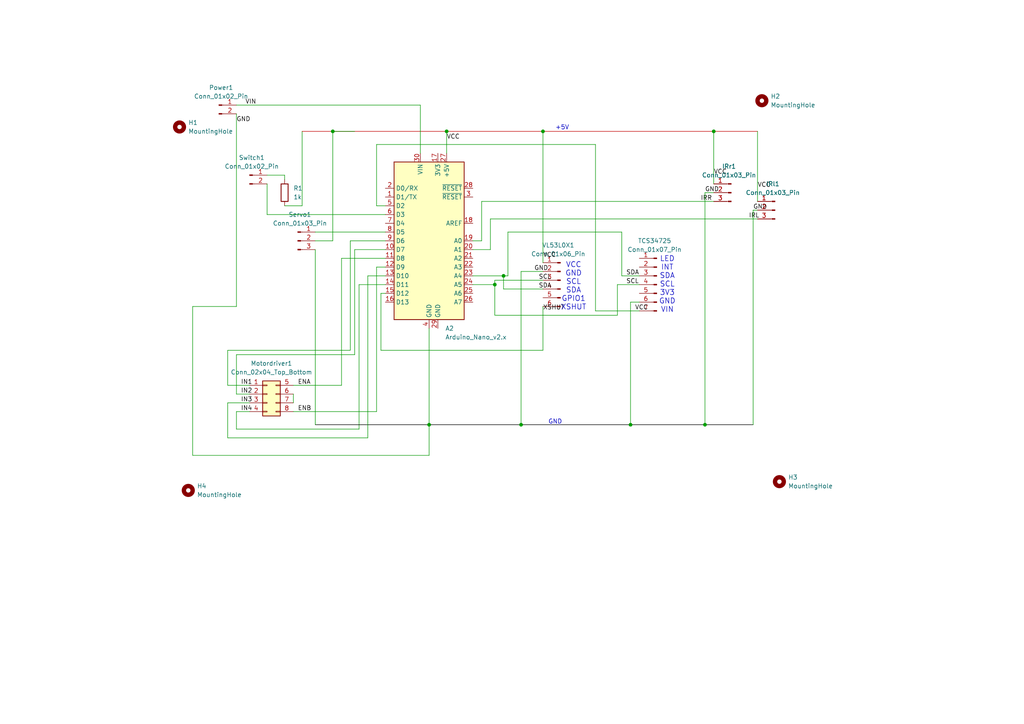
<source format=kicad_sch>
(kicad_sch (version 20250114) (generator "eeschema") (generator_version "9.0")
  (paper "A4")
  (title_block (title "PAMI Superstar") (date "2025-04-08") (company "CRINSA 2025") (comment 1 "Dinesh et Eliott"))
  (lib_symbols
    (symbol "Connector:Conn_01x02_Pin" (pin_names (offset 1.016) (hide yes))
      (property "Reference" "J" (at 0 2.54 0))
      (property "Value" "Conn_01x02_Pin" (at 0 -5.08 0))
      (symbol "Conn_01x02_Pin_1_1"
        (rectangle (start 0.8636 0.127) (end 0 -0.127) (stroke (width 0.1524)) (fill (type outline)))
        (rectangle (start 0.8636 -2.413) (end 0 -2.667) (stroke (width 0.1524)) (fill (type outline)))
        (polyline (pts (xy 1.27 0) (xy 0.8636 0)) (stroke (width 0.1524)))
        (polyline (pts (xy 1.27 -2.54) (xy 0.8636 -2.54)) (stroke (width 0.1524)))
        (pin passive line (at 5.08 0 180) (length 3.81) (name "Pin_1") (number "1"))
        (pin passive line (at 5.08 -2.54 180) (length 3.81) (name "Pin_2") (number "2"))
      )
    )
    (symbol "Connector:Conn_01x03_Pin" (pin_names (offset 1.016) (hide yes))
      (property "Reference" "J" (at 0 5.08 0))
      (property "Value" "Conn_01x03_Pin" (at 0 -5.08 0))
      (symbol "Conn_01x03_Pin_1_1"
        (rectangle (start 0.8636 2.667) (end 0 2.413) (stroke (width 0.1524)) (fill (type outline)))
        (rectangle (start 0.8636 0.127) (end 0 -0.127) (stroke (width 0.1524)) (fill (type outline)))
        (rectangle (start 0.8636 -2.413) (end 0 -2.667) (stroke (width 0.1524)) (fill (type outline)))
        (polyline (pts (xy 1.27 2.54) (xy 0.8636 2.54)) (stroke (width 0.1524)))
        (polyline (pts (xy 1.27 0) (xy 0.8636 0)) (stroke (width 0.1524)))
        (polyline (pts (xy 1.27 -2.54) (xy 0.8636 -2.54)) (stroke (width 0.1524)))
        (pin passive line (at 5.08 2.54 180) (length 3.81) (name "Pin_1") (number "1"))
        (pin passive line (at 5.08 0 180) (length 3.81) (name "Pin_2") (number "2"))
        (pin passive line (at 5.08 -2.54 180) (length 3.81) (name "Pin_3") (number "3"))
      )
    )
    (symbol "Connector:Conn_01x06_Pin" (pin_names (offset 1.016) (hide yes))
      (property "Reference" "J" (at 0 7.62 0))
      (property "Value" "Conn_01x06_Pin" (at 0 -10.16 0))
      (symbol "Conn_01x06_Pin_1_1"
        (rectangle (start 0.8636 5.207) (end 0 4.953) (stroke (width 0.1524)) (fill (type outline)))
        (rectangle (start 0.8636 2.667) (end 0 2.413) (stroke (width 0.1524)) (fill (type outline)))
        (rectangle (start 0.8636 0.127) (end 0 -0.127) (stroke (width 0.1524)) (fill (type outline)))
        (rectangle (start 0.8636 -2.413) (end 0 -2.667) (stroke (width 0.1524)) (fill (type outline)))
        (rectangle (start 0.8636 -4.953) (end 0 -5.207) (stroke (width 0.1524)) (fill (type outline)))
        (rectangle (start 0.8636 -7.493) (end 0 -7.747) (stroke (width 0.1524)) (fill (type outline)))
        (polyline (pts (xy 1.27 5.08) (xy 0.8636 5.08)) (stroke (width 0.1524)))
        (polyline (pts (xy 1.27 2.54) (xy 0.8636 2.54)) (stroke (width 0.1524)))
        (polyline (pts (xy 1.27 0) (xy 0.8636 0)) (stroke (width 0.1524)))
        (polyline (pts (xy 1.27 -2.54) (xy 0.8636 -2.54)) (stroke (width 0.1524)))
        (polyline (pts (xy 1.27 -5.08) (xy 0.8636 -5.08)) (stroke (width 0.1524)))
        (polyline (pts (xy 1.27 -7.62) (xy 0.8636 -7.62)) (stroke (width 0.1524)))
        (pin passive line (at 5.08 5.08 180) (length 3.81) (name "Pin_1") (number "1"))
        (pin passive line (at 5.08 2.54 180) (length 3.81) (name "Pin_2") (number "2"))
        (pin passive line (at 5.08 0 180) (length 3.81) (name "Pin_3") (number "3"))
        (pin passive line (at 5.08 -2.54 180) (length 3.81) (name "Pin_4") (number "4"))
        (pin passive line (at 5.08 -5.08 180) (length 3.81) (name "Pin_5") (number "5"))
        (pin passive line (at 5.08 -7.62 180) (length 3.81) (name "Pin_6") (number "6"))
      )
    )
    (symbol "Connector:Conn_01x07_Pin" (pin_names (offset 1.016) (hide yes))
      (property "Reference" "J" (at 0 10.16 0))
      (property "Value" "Conn_01x07_Pin" (at 0 -10.16 0))
      (symbol "Conn_01x07_Pin_1_1"
        (rectangle (start 0.8636 7.747) (end 0 7.493) (stroke (width 0.1524)) (fill (type outline)))
        (rectangle (start 0.8636 5.207) (end 0 4.953) (stroke (width 0.1524)) (fill (type outline)))
        (rectangle (start 0.8636 2.667) (end 0 2.413) (stroke (width 0.1524)) (fill (type outline)))
        (rectangle (start 0.8636 0.127) (end 0 -0.127) (stroke (width 0.1524)) (fill (type outline)))
        (rectangle (start 0.8636 -2.413) (end 0 -2.667) (stroke (width 0.1524)) (fill (type outline)))
        (rectangle (start 0.8636 -4.953) (end 0 -5.207) (stroke (width 0.1524)) (fill (type outline)))
        (rectangle (start 0.8636 -7.493) (end 0 -7.747) (stroke (width 0.1524)) (fill (type outline)))
        (polyline (pts (xy 1.27 7.62) (xy 0.8636 7.62)) (stroke (width 0.1524)))
        (polyline (pts (xy 1.27 5.08) (xy 0.8636 5.08)) (stroke (width 0.1524)))
        (polyline (pts (xy 1.27 2.54) (xy 0.8636 2.54)) (stroke (width 0.1524)))
        (polyline (pts (xy 1.27 0) (xy 0.8636 0)) (stroke (width 0.1524)))
        (polyline (pts (xy 1.27 -2.54) (xy 0.8636 -2.54)) (stroke (width 0.1524)))
        (polyline (pts (xy 1.27 -5.08) (xy 0.8636 -5.08)) (stroke (width 0.1524)))
        (polyline (pts (xy 1.27 -7.62) (xy 0.8636 -7.62)) (stroke (width 0.1524)))
        (pin passive line (at 5.08 7.62 180) (length 3.81) (name "Pin_1") (number "1"))
        (pin passive line (at 5.08 5.08 180) (length 3.81) (name "Pin_2") (number "2"))
        (pin passive line (at 5.08 2.54 180) (length 3.81) (name "Pin_3") (number "3"))
        (pin passive line (at 5.08 0 180) (length 3.81) (name "Pin_4") (number "4"))
        (pin passive line (at 5.08 -2.54 180) (length 3.81) (name "Pin_5") (number "5"))
        (pin passive line (at 5.08 -5.08 180) (length 3.81) (name "Pin_6") (number "6"))
        (pin passive line (at 5.08 -7.62 180) (length 3.81) (name "Pin_7") (number "7"))
      )
    )
    (symbol "Connector_Generic:Conn_02x04_Top_Bottom" (pin_names (offset 1.016) (hide yes))
      (property "Reference" "J" (at 1.27 5.08 0))
      (property "Value" "Conn_02x04_Top_Bottom" (at 1.27 -7.62 0))
      (symbol "Conn_02x04_Top_Bottom_1_1"
        (rectangle (start -1.27 3.81) (end 3.81 -6.35) (stroke (width 0.254)) (fill (type background)))
        (rectangle (start -1.27 2.667) (end 0 2.413) (stroke (width 0.1524)))
        (rectangle (start -1.27 0.127) (end 0 -0.127) (stroke (width 0.1524)))
        (rectangle (start -1.27 -2.413) (end 0 -2.667) (stroke (width 0.1524)))
        (rectangle (start -1.27 -4.953) (end 0 -5.207) (stroke (width 0.1524)))
        (rectangle (start 3.81 2.667) (end 2.54 2.413) (stroke (width 0.1524)))
        (rectangle (start 3.81 0.127) (end 2.54 -0.127) (stroke (width 0.1524)))
        (rectangle (start 3.81 -2.413) (end 2.54 -2.667) (stroke (width 0.1524)))
        (rectangle (start 3.81 -4.953) (end 2.54 -5.207) (stroke (width 0.1524)))
        (pin passive line (at -5.08 2.54 0) (length 3.81) (name "Pin_1") (number "1"))
        (pin passive line (at -5.08 0 0) (length 3.81) (name "Pin_2") (number "2"))
        (pin passive line (at -5.08 -2.54 0) (length 3.81) (name "Pin_3") (number "3"))
        (pin passive line (at -5.08 -5.08 0) (length 3.81) (name "Pin_4") (number "4"))
        (pin passive line (at 7.62 2.54 180) (length 3.81) (name "Pin_5") (number "5"))
        (pin passive line (at 7.62 0 180) (length 3.81) (name "Pin_6") (number "6"))
        (pin passive line (at 7.62 -2.54 180) (length 3.81) (name "Pin_7") (number "7"))
        (pin passive line (at 7.62 -5.08 180) (length 3.81) (name "Pin_8") (number "8"))
      )
    )
    (symbol "Device:R" (pin_numbers (hide yes)) (pin_names (offset 0))
      (property "Reference" "R" (at 2.032 0 90))
      (property "Value" "R" (at 0 0 90))
      (symbol "R_0_1"
        (rectangle (start -1.016 -2.54) (end 1.016 2.54) (stroke (width 0.254)))
      )
      (symbol "R_1_1"
        (pin passive line (at 0 3.81 270) (length 1.27) (name "~") (number "1"))
        (pin passive line (at 0 -3.81 90) (length 1.27) (name "~") (number "2"))
      )
    )
    (symbol "MCU_Module:Arduino_Nano_v2.x"
      (property "Reference" "A" (at -10.16 23.495 0))
      (property "Value" "Arduino_Nano_v2.x" (at 5.08 -24.13 0))
      (symbol "Arduino_Nano_v2.x_0_1"
        (rectangle (start -10.16 22.86) (end 10.16 -22.86) (stroke (width 0.254)) (fill (type background)))
      )
      (symbol "Arduino_Nano_v2.x_1_1"
        (pin bidirectional line (at -12.7 15.24 0) (length 2.54) (name "D0/RX") (number "2"))
        (pin bidirectional line (at -12.7 12.7 0) (length 2.54) (name "D1/TX") (number "1"))
        (pin bidirectional line (at -12.7 10.16 0) (length 2.54) (name "D2") (number "5"))
        (pin bidirectional line (at -12.7 7.62 0) (length 2.54) (name "D3") (number "6"))
        (pin bidirectional line (at -12.7 5.08 0) (length 2.54) (name "D4") (number "7"))
        (pin bidirectional line (at -12.7 2.54 0) (length 2.54) (name "D5") (number "8"))
        (pin bidirectional line (at -12.7 0 0) (length 2.54) (name "D6") (number "9"))
        (pin bidirectional line (at -12.7 -2.54 0) (length 2.54) (name "D7") (number "10"))
        (pin bidirectional line (at -12.7 -5.08 0) (length 2.54) (name "D8") (number "11"))
        (pin bidirectional line (at -12.7 -7.62 0) (length 2.54) (name "D9") (number "12"))
        (pin bidirectional line (at -12.7 -10.16 0) (length 2.54) (name "D10") (number "13"))
        (pin bidirectional line (at -12.7 -12.7 0) (length 2.54) (name "D11") (number "14"))
        (pin bidirectional line (at -12.7 -15.24 0) (length 2.54) (name "D12") (number "15"))
        (pin bidirectional line (at -12.7 -17.78 0) (length 2.54) (name "D13") (number "16"))
        (pin power_in line (at -2.54 25.4 270) (length 2.54) (name "VIN") (number "30"))
        (pin power_in line (at 0 -25.4 90) (length 2.54) (name "GND") (number "4"))
        (pin power_out line (at 2.54 25.4 270) (length 2.54) (name "3V3") (number "17"))
        (pin power_in line (at 2.54 -25.4 90) (length 2.54) (name "GND") (number "29"))
        (pin power_out line (at 5.08 25.4 270) (length 2.54) (name "+5V") (number "27"))
        (pin input line (at 12.7 15.24 180) (length 2.54) (name "~{RESET}") (number "28"))
        (pin input line (at 12.7 12.7 180) (length 2.54) (name "~{RESET}") (number "3"))
        (pin input line (at 12.7 5.08 180) (length 2.54) (name "AREF") (number "18"))
        (pin bidirectional line (at 12.7 0 180) (length 2.54) (name "A0") (number "19"))
        (pin bidirectional line (at 12.7 -2.54 180) (length 2.54) (name "A1") (number "20"))
        (pin bidirectional line (at 12.7 -5.08 180) (length 2.54) (name "A2") (number "21"))
        (pin bidirectional line (at 12.7 -7.62 180) (length 2.54) (name "A3") (number "22"))
        (pin bidirectional line (at 12.7 -10.16 180) (length 2.54) (name "A4") (number "23"))
        (pin bidirectional line (at 12.7 -12.7 180) (length 2.54) (name "A5") (number "24"))
        (pin bidirectional line (at 12.7 -15.24 180) (length 2.54) (name "A6") (number "25"))
        (pin bidirectional line (at 12.7 -17.78 180) (length 2.54) (name "A7") (number "26"))
      )
    )
    (symbol "Mechanical:MountingHole" (pin_names (offset 1.016)) (in_bom no)
      (property "Reference" "H" (at 0 5.08 0))
      (property "Value" "MountingHole" (at 0 3.175 0))
      (symbol "MountingHole_0_1"
        (circle (center 0 0) (radius 1.27) (stroke (width 1.27)))
      )
    )
  )
  (text "LED\nINT\nSDA\nSCL\n3V3\nGND\nVIN" (at 193.548 82.55 0) (effects (font (size 1.524 1.524))))
  (text "VCC\nGND\nSCL\nSDA\nGPIO1\nXSHUT" (at 166.37 83.058 0) (effects (font (size 1.524 1.524))))
  (text "GND" (at 161.036 122.428 0) (effects (font (size 1.27 1.27))))
  (text "+5V" (at 163.068 37.084 0) (effects (font (size 1.27 1.27))))
  (junction (at 207.01 38.1))
  (junction (at 146.05 80.01))
  (junction (at 96.52 38.1))
  (junction (at 157.48 38.1))
  (junction (at 151.13 123.19))
  (junction (at 182.88 123.19))
  (junction (at 143.51 82.55))
  (junction (at 204.47 123.19))
  (junction (at 124.46 123.19))
  (junction (at 129.54 38.1))
  (wire (pts (xy 66.04 116.84) (xy 66.04 127)))
  (wire (pts (xy 68.58 114.3) (xy 68.58 102.87)))
  (wire (pts (xy 99.06 74.93) (xy 99.06 111.76)))
  (wire (pts (xy 68.58 33.02) (xy 68.58 88.9)))
  (wire (pts (xy 68.58 124.46) (xy 104.14 124.46)))
  (wire (pts (xy 180.34 80.01) (xy 185.42 80.01)))
  (wire (pts (xy 77.47 62.23) (xy 111.76 62.23)))
  (wire (pts (xy 157.48 81.28) (xy 143.51 81.28)))
  (wire (pts (xy 139.7 58.42) (xy 207.01 58.42)))
  (wire (pts (xy 185.42 87.63) (xy 182.88 87.63)))
  (wire (pts (xy 106.68 80.01) (xy 111.76 80.01)))
  (wire (pts (xy 111.76 59.69) (xy 109.22 59.69)))
  (wire (pts (xy 207.01 38.1) (xy 219.71 38.1)) (stroke (width 0) (color 194 0 0 1)))
  (wire (pts (xy 124.46 95.25) (xy 124.46 123.19)))
  (wire (pts (xy 102.87 72.39) (xy 111.76 72.39)))
  (wire (pts (xy 219.71 58.42) (xy 219.71 38.1)))
  (wire (pts (xy 204.47 123.19) (xy 218.44 123.19)) (stroke (width 0) (color 0 0 0 1)))
  (wire (pts (xy 218.44 60.96) (xy 218.44 123.19)))
  (wire (pts (xy 147.32 67.31) (xy 180.34 67.31)))
  (wire (pts (xy 218.44 60.96) (xy 219.71 60.96)))
  (wire (pts (xy 66.04 127) (xy 106.68 127)))
  (wire (pts (xy 77.47 50.8) (xy 82.55 50.8)))
  (wire (pts (xy 139.7 69.85) (xy 137.16 69.85)))
  (wire (pts (xy 137.16 80.01) (xy 146.05 80.01)))
  (wire (pts (xy 68.58 88.9) (xy 55.88 88.9)))
  (wire (pts (xy 157.48 38.1) (xy 157.48 76.2)))
  (wire (pts (xy 85.09 114.3) (xy 85.09 116.84)))
  (wire (pts (xy 172.72 41.91) (xy 172.72 90.17)))
  (wire (pts (xy 157.48 101.6) (xy 157.48 88.9)))
  (wire (pts (xy 91.44 67.31) (xy 111.76 67.31)))
  (wire (pts (xy 87.63 59.69) (xy 87.63 38.1)))
  (wire (pts (xy 151.13 123.19) (xy 182.88 123.19)) (stroke (width 0) (color 0 0 0 1)))
  (wire (pts (xy 82.55 50.8) (xy 82.55 52.07)))
  (wire (pts (xy 72.39 116.84) (xy 66.04 116.84)))
  (wire (pts (xy 143.51 81.28) (xy 143.51 82.55)))
  (wire (pts (xy 129.54 38.1) (xy 129.54 44.45)))
  (wire (pts (xy 185.42 90.17) (xy 172.72 90.17)))
  (wire (pts (xy 96.52 38.1) (xy 102.87 38.1)))
  (wire (pts (xy 182.88 123.19) (xy 204.47 123.19)) (stroke (width 0) (color 0 0 0 1)))
  (wire (pts (xy 179.07 91.44) (xy 179.07 82.55)))
  (wire (pts (xy 106.68 80.01) (xy 106.68 127)))
  (wire (pts (xy 96.52 38.1) (xy 129.54 38.1)) (stroke (width 0) (color 194 0 0 1)))
  (wire (pts (xy 96.52 38.1) (xy 96.52 69.85)))
  (wire (pts (xy 121.92 30.48) (xy 121.92 44.45)))
  (wire (pts (xy 101.6 69.85) (xy 111.76 69.85)))
  (wire (pts (xy 66.04 111.76) (xy 72.39 111.76)))
  (wire (pts (xy 109.22 59.69) (xy 109.22 41.91)))
  (wire (pts (xy 55.88 88.9) (xy 55.88 132.08)))
  (wire (pts (xy 124.46 123.19) (xy 124.46 132.08)))
  (wire (pts (xy 137.16 82.55) (xy 143.51 82.55)))
  (wire (pts (xy 104.14 82.55) (xy 111.76 82.55)))
  (wire (pts (xy 87.63 38.1) (xy 96.52 38.1)) (stroke (width 0) (color 194 0 0 1)))
  (wire (pts (xy 66.04 101.6) (xy 101.6 101.6)))
  (wire (pts (xy 157.48 83.82) (xy 146.05 83.82)))
  (wire (pts (xy 139.7 58.42) (xy 139.7 69.85)))
  (wire (pts (xy 147.32 80.01) (xy 146.05 80.01)))
  (wire (pts (xy 151.13 78.74) (xy 151.13 123.19)))
  (wire (pts (xy 157.48 38.1) (xy 207.01 38.1)) (stroke (width 0) (color 194 0 0 1)))
  (wire (pts (xy 142.24 63.5) (xy 142.24 72.39)))
  (wire (pts (xy 101.6 69.85) (xy 101.6 101.6)))
  (wire (pts (xy 85.09 111.76) (xy 99.06 111.76)))
  (wire (pts (xy 147.32 67.31) (xy 147.32 80.01)))
  (wire (pts (xy 207.01 55.88) (xy 204.47 55.88)))
  (wire (pts (xy 91.44 69.85) (xy 96.52 69.85)))
  (wire (pts (xy 77.47 53.34) (xy 77.47 62.23)))
  (wire (pts (xy 102.87 72.39) (xy 102.87 102.87)))
  (wire (pts (xy 143.51 91.44) (xy 179.07 91.44)))
  (wire (pts (xy 110.49 101.6) (xy 157.48 101.6)))
  (wire (pts (xy 109.22 77.47) (xy 111.76 77.47)))
  (wire (pts (xy 72.39 119.38) (xy 68.58 119.38)))
  (wire (pts (xy 179.07 82.55) (xy 185.42 82.55)))
  (wire (pts (xy 68.58 30.48) (xy 121.92 30.48)))
  (wire (pts (xy 129.54 38.1) (xy 157.48 38.1)) (stroke (width 0) (color 194 0 0 1)))
  (wire (pts (xy 99.06 74.93) (xy 111.76 74.93)))
  (wire (pts (xy 180.34 67.31) (xy 180.34 80.01)))
  (wire (pts (xy 207.01 38.1) (xy 207.01 53.34)))
  (wire (pts (xy 55.88 132.08) (xy 124.46 132.08)))
  (wire (pts (xy 142.24 72.39) (xy 137.16 72.39)))
  (wire (pts (xy 91.44 123.19) (xy 124.46 123.19)) (stroke (width 0) (color 0 0 0 1)))
  (wire (pts (xy 109.22 41.91) (xy 172.72 41.91)))
  (wire (pts (xy 68.58 119.38) (xy 68.58 124.46)))
  (wire (pts (xy 182.88 87.63) (xy 182.88 123.19)))
  (wire (pts (xy 157.48 78.74) (xy 151.13 78.74)))
  (wire (pts (xy 219.71 63.5) (xy 142.24 63.5)))
  (wire (pts (xy 66.04 101.6) (xy 66.04 111.76)))
  (wire (pts (xy 143.51 82.55) (xy 143.51 91.44)))
  (wire (pts (xy 110.49 85.09) (xy 111.76 85.09)))
  (wire (pts (xy 104.14 82.55) (xy 104.14 124.46)))
  (wire (pts (xy 85.09 119.38) (xy 109.22 119.38)))
  (wire (pts (xy 109.22 77.47) (xy 109.22 119.38)))
  (wire (pts (xy 110.49 101.6) (xy 110.49 85.09)))
  (wire (pts (xy 204.47 55.88) (xy 204.47 123.19)))
  (wire (pts (xy 91.44 72.39) (xy 91.44 123.19)))
  (wire (pts (xy 72.39 114.3) (xy 68.58 114.3)))
  (wire (pts (xy 68.58 102.87) (xy 102.87 102.87)))
  (wire (pts (xy 82.55 59.69) (xy 87.63 59.69)))
  (wire (pts (xy 151.13 123.19) (xy 124.46 123.19)) (stroke (width 0) (color 0 0 0 1)))
  (wire (pts (xy 146.05 83.82) (xy 146.05 80.01)))
  (label "GND" (at 204.47 55.88 0))
  (label "GND" (at 154.94 78.74 0))
  (label "GND" (at 218.44 60.96 0))
  (label "ENB" (at 86.36 119.38 0))
  (label "GND" (at 68.58 35.56 0))
  (label "SDA" (at 156.21 83.82 0))
  (label "VCC" (at 129.54 40.64 0))
  (label "SCL" (at 156.21 81.28 0))
  (label "VCC" (at 219.71 54.61 0))
  (label "IN2" (at 69.85 114.3 0))
  (label "ENA" (at 86.36 111.76 0))
  (label "VCC" (at 184.15 90.17 0))
  (label "SDA" (at 181.61 80.01 0))
  (label "XSHUT" (at 157.48 90.17 0))
  (label "IN3" (at 69.85 116.84 0))
  (label "VIN" (at 71.12 30.48 0))
  (label "IRR" (at 203.2 58.42 0))
  (label "SCL" (at 181.61 82.55 0))
  (label "IN1" (at 69.85 111.76 0))
  (label "IN4" (at 69.85 119.38 0))
  (label "VCC" (at 157.48 74.93 0))
  (label "IRL" (at 217.17 63.5 0))
  (label "VCC" (at 207.01 50.8 0))
  (symbol (lib_id "Connector:Conn_01x03_Pin") (at 224.79 60.96 0) (mirror y) (unit 1)
    (property "Reference" "IRl1" (at 224.155 53.34 0))
    (property "Value" "Conn_01x03_Pin" (at 224.155 55.88 0))
    (property "Footprint" "Connector_JST:JST_EH_B3B-EH-A_1x03_P2.50mm_Vertical" (effects (hide yes)))
    (property "Description" "Generic connector, single row, 01x03, script generated" (effects (hide yes)))
  )
  (symbol (lib_id "Mechanical:MountingHole") (at 54.61 142.24 0) (unit 1) (in_bom no)
    (property "Reference" "H4" (at 57.15 140.9699 0) (effects (justify left)))
    (property "Value" "MountingHole" (at 57.15 143.5099 0) (effects (justify left)))
    (property "Footprint" "MountingHole:MountingHole_3.2mm_M3" (effects (hide yes)))
    (property "Description" "Mounting Hole without connection" (effects (hide yes)))
  )
  (symbol (lib_id "Connector:Conn_01x03_Pin") (at 212.09 55.88 0) (mirror y) (unit 1)
    (property "Reference" "IRr1" (at 211.455 48.26 0))
    (property "Value" "Conn_01x03_Pin" (at 211.455 50.8 0))
    (property "Footprint" "Connector_JST:JST_EH_B3B-EH-A_1x03_P2.50mm_Vertical" (effects (hide yes)))
    (property "Description" "Generic connector, single row, 01x03, script generated" (effects (hide yes)))
  )
  (symbol (lib_id "Connector:Conn_01x07_Pin") (at 190.5 82.55 0) (mirror y) (unit 1)
    (property "Reference" "TCS34725" (at 189.865 69.85 0))
    (property "Value" "Conn_01x07_Pin" (at 189.865 72.39 0))
    (property "Footprint" "Connector_JST:JST_EH_B7B-EH-A_1x07_P2.50mm_Vertical" (effects (hide yes)))
    (property "Description" "Generic connector, single row, 01x07, script generated" (effects (hide yes)))
  )
  (symbol (lib_id "MCU_Module:Arduino_Nano_v2.x") (at 124.46 69.85 0) (unit 1)
    (property "Reference" "A2" (at 129.1433 95.25 0) (effects (justify left)))
    (property "Value" "Arduino_Nano_v2.x" (at 129.1433 97.79 0) (effects (justify left)))
    (property "Footprint" "Module:Arduino_Nano" (effects (hide yes)))
    (property "Datasheet" "https://www.arduino.cc/en/uploads/Main/ArduinoNanoManual23.pdf" (effects (hide yes)))
    (property "Description" "Arduino Nano v2.x" (effects (hide yes)))
  )
  (symbol (lib_id "Connector_Generic:Conn_02x04_Top_Bottom") (at 77.47 114.3 0) (unit 1)
    (property "Reference" "Motordriver1" (at 78.74 105.41 0))
    (property "Value" "Conn_02x04_Top_Bottom" (at 78.74 107.95 0))
    (property "Footprint" "Connector_JST:JST_JWPF_B08B-JWPF-SK-R_2x04_P2.00mm_Vertical" (effects (hide yes)))
    (property "Description" "Generic connector, double row, 02x04, top/bottom pin numbering scheme (row 1: 1...pins_per_row, row2: pins_per_row+1 ... num_pins), script generated (kicad-library-utils/schlib/autogen/connector/)" (effects (hide yes)))
  )
  (symbol (lib_id "Connector:Conn_01x02_Pin") (at 72.39 50.8 0) (unit 1)
    (property "Reference" "Switch1" (at 73.025 45.72 0))
    (property "Value" "Conn_01x02_Pin" (at 73.025 48.26 0))
    (property "Footprint" "Connector_JST:JST_EH_B2B-EH-A_1x02_P2.50mm_Vertical" (effects (hide yes)))
    (property "Description" "Generic connector, single row, 01x02, script generated" (effects (hide yes)))
  )
  (symbol (lib_id "Mechanical:MountingHole") (at 220.98 29.21 0) (unit 1) (in_bom no)
    (property "Reference" "H2" (at 223.52 27.9399 0) (effects (justify left)))
    (property "Value" "MountingHole" (at 223.52 30.4799 0) (effects (justify left)))
    (property "Footprint" "MountingHole:MountingHole_3.2mm_M3" (effects (hide yes)))
    (property "Description" "Mounting Hole without connection" (effects (hide yes)))
  )
  (symbol (lib_id "Mechanical:MountingHole") (at 226.06 139.7 0) (unit 1) (in_bom no)
    (property "Reference" "H3" (at 228.6 138.4299 0) (effects (justify left)))
    (property "Value" "MountingHole" (at 228.6 140.9699 0) (effects (justify left)))
    (property "Footprint" "MountingHole:MountingHole_3.2mm_M3" (effects (hide yes)))
    (property "Description" "Mounting Hole without connection" (effects (hide yes)))
  )
  (symbol (lib_id "Mechanical:MountingHole") (at 52.07 36.83 0) (unit 1) (in_bom no)
    (property "Reference" "H1" (at 54.61 35.5599 0) (effects (justify left)))
    (property "Value" "MountingHole" (at 54.61 38.0999 0) (effects (justify left)))
    (property "Footprint" "MountingHole:MountingHole_3.2mm_M3" (effects (hide yes)))
    (property "Description" "Mounting Hole without connection" (effects (hide yes)))
  )
  (symbol (lib_id "Connector:Conn_01x06_Pin") (at 162.56 81.28 0) (mirror y) (unit 1)
    (property "Reference" "VL53L0X1" (at 161.925 71.12 0))
    (property "Value" "Conn_01x06_Pin" (at 161.925 73.66 0))
    (property "Footprint" "Connector_JST:JST_EH_B6B-EH-A_1x06_P2.50mm_Vertical" (effects (hide yes)))
    (property "Description" "Generic connector, single row, 01x06, script generated" (effects (hide yes)))
  )
  (symbol (lib_id "Connector:Conn_01x03_Pin") (at 86.36 69.85 0) (unit 1)
    (property "Reference" "Servo1" (at 86.995 62.23 0))
    (property "Value" "Conn_01x03_Pin" (at 86.995 64.77 0))
    (property "Footprint" "Connector_JST:JST_EH_B3B-EH-A_1x03_P2.50mm_Vertical" (effects (hide yes)))
    (property "Description" "Generic connector, single row, 01x03, script generated" (effects (hide yes)))
  )
  (symbol (lib_id "Device:R") (at 82.55 55.88 0) (unit 1)
    (property "Reference" "R1" (at 85.09 54.6099 0) (effects (justify left)))
    (property "Value" "1k" (at 85.09 57.1499 0) (effects (justify left)))
    (property "Footprint" "Resistor_THT:R_Axial_DIN0204_L3.6mm_D1.6mm_P7.62mm_Horizontal" (effects (hide yes)))
    (property "Description" "Resistor" (effects (hide yes)))
  )
  (symbol (lib_id "Connector:Conn_01x02_Pin") (at 63.5 30.48 0) (unit 1)
    (property "Reference" "Power1" (at 64.135 25.4 0))
    (property "Value" "Conn_01x02_Pin" (at 64.135 27.94 0))
    (property "Footprint" "Connector_JST:JST_EH_B2B-EH-A_1x02_P2.50mm_Vertical" (effects (hide yes)))
    (property "Description" "Generic connector, single row, 01x02, script generated" (effects (hide yes)))
  )
)
</source>
